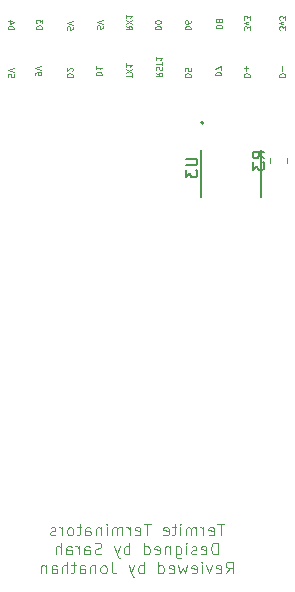
<source format=gbr>
%TF.GenerationSoftware,KiCad,Pcbnew,8.0.6*%
%TF.CreationDate,2024-10-31T15:28:50+01:00*%
%TF.ProjectId,PCB_FINAL2.1,5043425f-4649-44e4-914c-322e312e6b69,rev?*%
%TF.SameCoordinates,Original*%
%TF.FileFunction,Legend,Bot*%
%TF.FilePolarity,Positive*%
%FSLAX46Y46*%
G04 Gerber Fmt 4.6, Leading zero omitted, Abs format (unit mm)*
G04 Created by KiCad (PCBNEW 8.0.6) date 2024-10-31 15:28:50*
%MOMM*%
%LPD*%
G01*
G04 APERTURE LIST*
%ADD10C,0.100000*%
%ADD11C,0.150000*%
%ADD12C,0.120000*%
%ADD13C,0.127000*%
%ADD14C,0.200000*%
G04 APERTURE END LIST*
D10*
X77104890Y-84500955D02*
X77104890Y-84739050D01*
X77104890Y-84739050D02*
X76866795Y-84762859D01*
X76866795Y-84762859D02*
X76890604Y-84739050D01*
X76890604Y-84739050D02*
X76914414Y-84691431D01*
X76914414Y-84691431D02*
X76914414Y-84572383D01*
X76914414Y-84572383D02*
X76890604Y-84524764D01*
X76890604Y-84524764D02*
X76866795Y-84500955D01*
X76866795Y-84500955D02*
X76819176Y-84477145D01*
X76819176Y-84477145D02*
X76700128Y-84477145D01*
X76700128Y-84477145D02*
X76652509Y-84500955D01*
X76652509Y-84500955D02*
X76628700Y-84524764D01*
X76628700Y-84524764D02*
X76604890Y-84572383D01*
X76604890Y-84572383D02*
X76604890Y-84691431D01*
X76604890Y-84691431D02*
X76628700Y-84739050D01*
X76628700Y-84739050D02*
X76652509Y-84762859D01*
X77104890Y-84334288D02*
X76604890Y-84167622D01*
X76604890Y-84167622D02*
X77104890Y-84000955D01*
X76530979Y-88680970D02*
X77030979Y-88680970D01*
X77030979Y-88680970D02*
X77030979Y-88561922D01*
X77030979Y-88561922D02*
X77007169Y-88490494D01*
X77007169Y-88490494D02*
X76959550Y-88442875D01*
X76959550Y-88442875D02*
X76911931Y-88419065D01*
X76911931Y-88419065D02*
X76816693Y-88395256D01*
X76816693Y-88395256D02*
X76745265Y-88395256D01*
X76745265Y-88395256D02*
X76650027Y-88419065D01*
X76650027Y-88419065D02*
X76602408Y-88442875D01*
X76602408Y-88442875D02*
X76554789Y-88490494D01*
X76554789Y-88490494D02*
X76530979Y-88561922D01*
X76530979Y-88561922D02*
X76530979Y-88680970D01*
X76530979Y-87919065D02*
X76530979Y-88204779D01*
X76530979Y-88061922D02*
X77030979Y-88061922D01*
X77030979Y-88061922D02*
X76959550Y-88109541D01*
X76959550Y-88109541D02*
X76911931Y-88157160D01*
X76911931Y-88157160D02*
X76888122Y-88204779D01*
X79566389Y-88886591D02*
X79566389Y-88600877D01*
X79066389Y-88743734D02*
X79566389Y-88743734D01*
X79566389Y-88481830D02*
X79066389Y-88148497D01*
X79566389Y-88148497D02*
X79066389Y-88481830D01*
X79066389Y-87696116D02*
X79066389Y-87981830D01*
X79066389Y-87838973D02*
X79566389Y-87838973D01*
X79566389Y-87838973D02*
X79494960Y-87886592D01*
X79494960Y-87886592D02*
X79447341Y-87934211D01*
X79447341Y-87934211D02*
X79423532Y-87981830D01*
X69066389Y-84815163D02*
X69566389Y-84815163D01*
X69566389Y-84815163D02*
X69566389Y-84696115D01*
X69566389Y-84696115D02*
X69542579Y-84624687D01*
X69542579Y-84624687D02*
X69494960Y-84577068D01*
X69494960Y-84577068D02*
X69447341Y-84553258D01*
X69447341Y-84553258D02*
X69352103Y-84529449D01*
X69352103Y-84529449D02*
X69280675Y-84529449D01*
X69280675Y-84529449D02*
X69185437Y-84553258D01*
X69185437Y-84553258D02*
X69137818Y-84577068D01*
X69137818Y-84577068D02*
X69090199Y-84624687D01*
X69090199Y-84624687D02*
X69066389Y-84696115D01*
X69066389Y-84696115D02*
X69066389Y-84815163D01*
X69399722Y-84100877D02*
X69066389Y-84100877D01*
X69590199Y-84219925D02*
X69233056Y-84338972D01*
X69233056Y-84338972D02*
X69233056Y-84029449D01*
X79066389Y-84529449D02*
X79304484Y-84696115D01*
X79066389Y-84815163D02*
X79566389Y-84815163D01*
X79566389Y-84815163D02*
X79566389Y-84624687D01*
X79566389Y-84624687D02*
X79542579Y-84577068D01*
X79542579Y-84577068D02*
X79518770Y-84553258D01*
X79518770Y-84553258D02*
X79471151Y-84529449D01*
X79471151Y-84529449D02*
X79399722Y-84529449D01*
X79399722Y-84529449D02*
X79352103Y-84553258D01*
X79352103Y-84553258D02*
X79328294Y-84577068D01*
X79328294Y-84577068D02*
X79304484Y-84624687D01*
X79304484Y-84624687D02*
X79304484Y-84815163D01*
X79566389Y-84362782D02*
X79066389Y-84029449D01*
X79566389Y-84029449D02*
X79066389Y-84362782D01*
X79066389Y-83577068D02*
X79066389Y-83862782D01*
X79066389Y-83719925D02*
X79566389Y-83719925D01*
X79566389Y-83719925D02*
X79494960Y-83767544D01*
X79494960Y-83767544D02*
X79447341Y-83815163D01*
X79447341Y-83815163D02*
X79423532Y-83862782D01*
X92566389Y-84862782D02*
X92566389Y-84553258D01*
X92566389Y-84553258D02*
X92375913Y-84719925D01*
X92375913Y-84719925D02*
X92375913Y-84648496D01*
X92375913Y-84648496D02*
X92352103Y-84600877D01*
X92352103Y-84600877D02*
X92328294Y-84577068D01*
X92328294Y-84577068D02*
X92280675Y-84553258D01*
X92280675Y-84553258D02*
X92161627Y-84553258D01*
X92161627Y-84553258D02*
X92114008Y-84577068D01*
X92114008Y-84577068D02*
X92090199Y-84600877D01*
X92090199Y-84600877D02*
X92066389Y-84648496D01*
X92066389Y-84648496D02*
X92066389Y-84791353D01*
X92066389Y-84791353D02*
X92090199Y-84838972D01*
X92090199Y-84838972D02*
X92114008Y-84862782D01*
X92399722Y-84386592D02*
X92066389Y-84267544D01*
X92066389Y-84267544D02*
X92399722Y-84148497D01*
X92566389Y-84005640D02*
X92566389Y-83696116D01*
X92566389Y-83696116D02*
X92375913Y-83862783D01*
X92375913Y-83862783D02*
X92375913Y-83791354D01*
X92375913Y-83791354D02*
X92352103Y-83743735D01*
X92352103Y-83743735D02*
X92328294Y-83719926D01*
X92328294Y-83719926D02*
X92280675Y-83696116D01*
X92280675Y-83696116D02*
X92161627Y-83696116D01*
X92161627Y-83696116D02*
X92114008Y-83719926D01*
X92114008Y-83719926D02*
X92090199Y-83743735D01*
X92090199Y-83743735D02*
X92066389Y-83791354D01*
X92066389Y-83791354D02*
X92066389Y-83934211D01*
X92066389Y-83934211D02*
X92090199Y-83981830D01*
X92090199Y-83981830D02*
X92114008Y-84005640D01*
X71480393Y-84763687D02*
X71980393Y-84763687D01*
X71980393Y-84763687D02*
X71980393Y-84644639D01*
X71980393Y-84644639D02*
X71956583Y-84573211D01*
X71956583Y-84573211D02*
X71908964Y-84525592D01*
X71908964Y-84525592D02*
X71861345Y-84501782D01*
X71861345Y-84501782D02*
X71766107Y-84477973D01*
X71766107Y-84477973D02*
X71694679Y-84477973D01*
X71694679Y-84477973D02*
X71599441Y-84501782D01*
X71599441Y-84501782D02*
X71551822Y-84525592D01*
X71551822Y-84525592D02*
X71504203Y-84573211D01*
X71504203Y-84573211D02*
X71480393Y-84644639D01*
X71480393Y-84644639D02*
X71480393Y-84763687D01*
X71980393Y-84311306D02*
X71980393Y-84001782D01*
X71980393Y-84001782D02*
X71789917Y-84168449D01*
X71789917Y-84168449D02*
X71789917Y-84097020D01*
X71789917Y-84097020D02*
X71766107Y-84049401D01*
X71766107Y-84049401D02*
X71742298Y-84025592D01*
X71742298Y-84025592D02*
X71694679Y-84001782D01*
X71694679Y-84001782D02*
X71575631Y-84001782D01*
X71575631Y-84001782D02*
X71528012Y-84025592D01*
X71528012Y-84025592D02*
X71504203Y-84049401D01*
X71504203Y-84049401D02*
X71480393Y-84097020D01*
X71480393Y-84097020D02*
X71480393Y-84239877D01*
X71480393Y-84239877D02*
X71504203Y-84287496D01*
X71504203Y-84287496D02*
X71528012Y-84311306D01*
X84066389Y-88815163D02*
X84566389Y-88815163D01*
X84566389Y-88815163D02*
X84566389Y-88696115D01*
X84566389Y-88696115D02*
X84542579Y-88624687D01*
X84542579Y-88624687D02*
X84494960Y-88577068D01*
X84494960Y-88577068D02*
X84447341Y-88553258D01*
X84447341Y-88553258D02*
X84352103Y-88529449D01*
X84352103Y-88529449D02*
X84280675Y-88529449D01*
X84280675Y-88529449D02*
X84185437Y-88553258D01*
X84185437Y-88553258D02*
X84137818Y-88577068D01*
X84137818Y-88577068D02*
X84090199Y-88624687D01*
X84090199Y-88624687D02*
X84066389Y-88696115D01*
X84066389Y-88696115D02*
X84066389Y-88815163D01*
X84566389Y-88077068D02*
X84566389Y-88315163D01*
X84566389Y-88315163D02*
X84328294Y-88338972D01*
X84328294Y-88338972D02*
X84352103Y-88315163D01*
X84352103Y-88315163D02*
X84375913Y-88267544D01*
X84375913Y-88267544D02*
X84375913Y-88148496D01*
X84375913Y-88148496D02*
X84352103Y-88100877D01*
X84352103Y-88100877D02*
X84328294Y-88077068D01*
X84328294Y-88077068D02*
X84280675Y-88053258D01*
X84280675Y-88053258D02*
X84161627Y-88053258D01*
X84161627Y-88053258D02*
X84114008Y-88077068D01*
X84114008Y-88077068D02*
X84090199Y-88100877D01*
X84090199Y-88100877D02*
X84066389Y-88148496D01*
X84066389Y-88148496D02*
X84066389Y-88267544D01*
X84066389Y-88267544D02*
X84090199Y-88315163D01*
X84090199Y-88315163D02*
X84114008Y-88338972D01*
X69566389Y-88577068D02*
X69566389Y-88815163D01*
X69566389Y-88815163D02*
X69328294Y-88838972D01*
X69328294Y-88838972D02*
X69352103Y-88815163D01*
X69352103Y-88815163D02*
X69375913Y-88767544D01*
X69375913Y-88767544D02*
X69375913Y-88648496D01*
X69375913Y-88648496D02*
X69352103Y-88600877D01*
X69352103Y-88600877D02*
X69328294Y-88577068D01*
X69328294Y-88577068D02*
X69280675Y-88553258D01*
X69280675Y-88553258D02*
X69161627Y-88553258D01*
X69161627Y-88553258D02*
X69114008Y-88577068D01*
X69114008Y-88577068D02*
X69090199Y-88600877D01*
X69090199Y-88600877D02*
X69066389Y-88648496D01*
X69066389Y-88648496D02*
X69066389Y-88767544D01*
X69066389Y-88767544D02*
X69090199Y-88815163D01*
X69090199Y-88815163D02*
X69114008Y-88838972D01*
X69566389Y-88410401D02*
X69066389Y-88243735D01*
X69066389Y-88243735D02*
X69566389Y-88077068D01*
X84066389Y-84815163D02*
X84566389Y-84815163D01*
X84566389Y-84815163D02*
X84566389Y-84696115D01*
X84566389Y-84696115D02*
X84542579Y-84624687D01*
X84542579Y-84624687D02*
X84494960Y-84577068D01*
X84494960Y-84577068D02*
X84447341Y-84553258D01*
X84447341Y-84553258D02*
X84352103Y-84529449D01*
X84352103Y-84529449D02*
X84280675Y-84529449D01*
X84280675Y-84529449D02*
X84185437Y-84553258D01*
X84185437Y-84553258D02*
X84137818Y-84577068D01*
X84137818Y-84577068D02*
X84090199Y-84624687D01*
X84090199Y-84624687D02*
X84066389Y-84696115D01*
X84066389Y-84696115D02*
X84066389Y-84815163D01*
X84566389Y-84100877D02*
X84566389Y-84196115D01*
X84566389Y-84196115D02*
X84542579Y-84243734D01*
X84542579Y-84243734D02*
X84518770Y-84267544D01*
X84518770Y-84267544D02*
X84447341Y-84315163D01*
X84447341Y-84315163D02*
X84352103Y-84338972D01*
X84352103Y-84338972D02*
X84161627Y-84338972D01*
X84161627Y-84338972D02*
X84114008Y-84315163D01*
X84114008Y-84315163D02*
X84090199Y-84291353D01*
X84090199Y-84291353D02*
X84066389Y-84243734D01*
X84066389Y-84243734D02*
X84066389Y-84148496D01*
X84066389Y-84148496D02*
X84090199Y-84100877D01*
X84090199Y-84100877D02*
X84114008Y-84077068D01*
X84114008Y-84077068D02*
X84161627Y-84053258D01*
X84161627Y-84053258D02*
X84280675Y-84053258D01*
X84280675Y-84053258D02*
X84328294Y-84077068D01*
X84328294Y-84077068D02*
X84352103Y-84100877D01*
X84352103Y-84100877D02*
X84375913Y-84148496D01*
X84375913Y-84148496D02*
X84375913Y-84243734D01*
X84375913Y-84243734D02*
X84352103Y-84291353D01*
X84352103Y-84291353D02*
X84328294Y-84315163D01*
X84328294Y-84315163D02*
X84280675Y-84338972D01*
X89566389Y-84862782D02*
X89566389Y-84553258D01*
X89566389Y-84553258D02*
X89375913Y-84719925D01*
X89375913Y-84719925D02*
X89375913Y-84648496D01*
X89375913Y-84648496D02*
X89352103Y-84600877D01*
X89352103Y-84600877D02*
X89328294Y-84577068D01*
X89328294Y-84577068D02*
X89280675Y-84553258D01*
X89280675Y-84553258D02*
X89161627Y-84553258D01*
X89161627Y-84553258D02*
X89114008Y-84577068D01*
X89114008Y-84577068D02*
X89090199Y-84600877D01*
X89090199Y-84600877D02*
X89066389Y-84648496D01*
X89066389Y-84648496D02*
X89066389Y-84791353D01*
X89066389Y-84791353D02*
X89090199Y-84838972D01*
X89090199Y-84838972D02*
X89114008Y-84862782D01*
X89399722Y-84386592D02*
X89066389Y-84267544D01*
X89066389Y-84267544D02*
X89399722Y-84148497D01*
X89566389Y-84005640D02*
X89566389Y-83696116D01*
X89566389Y-83696116D02*
X89375913Y-83862783D01*
X89375913Y-83862783D02*
X89375913Y-83791354D01*
X89375913Y-83791354D02*
X89352103Y-83743735D01*
X89352103Y-83743735D02*
X89328294Y-83719926D01*
X89328294Y-83719926D02*
X89280675Y-83696116D01*
X89280675Y-83696116D02*
X89161627Y-83696116D01*
X89161627Y-83696116D02*
X89114008Y-83719926D01*
X89114008Y-83719926D02*
X89090199Y-83743735D01*
X89090199Y-83743735D02*
X89066389Y-83791354D01*
X89066389Y-83791354D02*
X89066389Y-83934211D01*
X89066389Y-83934211D02*
X89090199Y-83981830D01*
X89090199Y-83981830D02*
X89114008Y-84005640D01*
X81556927Y-84812961D02*
X82056927Y-84812961D01*
X82056927Y-84812961D02*
X82056927Y-84693913D01*
X82056927Y-84693913D02*
X82033117Y-84622485D01*
X82033117Y-84622485D02*
X81985498Y-84574866D01*
X81985498Y-84574866D02*
X81937879Y-84551056D01*
X81937879Y-84551056D02*
X81842641Y-84527247D01*
X81842641Y-84527247D02*
X81771213Y-84527247D01*
X81771213Y-84527247D02*
X81675975Y-84551056D01*
X81675975Y-84551056D02*
X81628356Y-84574866D01*
X81628356Y-84574866D02*
X81580737Y-84622485D01*
X81580737Y-84622485D02*
X81556927Y-84693913D01*
X81556927Y-84693913D02*
X81556927Y-84812961D01*
X82056927Y-84217723D02*
X82056927Y-84170104D01*
X82056927Y-84170104D02*
X82033117Y-84122485D01*
X82033117Y-84122485D02*
X82009308Y-84098675D01*
X82009308Y-84098675D02*
X81961689Y-84074866D01*
X81961689Y-84074866D02*
X81866451Y-84051056D01*
X81866451Y-84051056D02*
X81747403Y-84051056D01*
X81747403Y-84051056D02*
X81652165Y-84074866D01*
X81652165Y-84074866D02*
X81604546Y-84098675D01*
X81604546Y-84098675D02*
X81580737Y-84122485D01*
X81580737Y-84122485D02*
X81556927Y-84170104D01*
X81556927Y-84170104D02*
X81556927Y-84217723D01*
X81556927Y-84217723D02*
X81580737Y-84265342D01*
X81580737Y-84265342D02*
X81604546Y-84289151D01*
X81604546Y-84289151D02*
X81652165Y-84312961D01*
X81652165Y-84312961D02*
X81747403Y-84336770D01*
X81747403Y-84336770D02*
X81866451Y-84336770D01*
X81866451Y-84336770D02*
X81961689Y-84312961D01*
X81961689Y-84312961D02*
X82009308Y-84289151D01*
X82009308Y-84289151D02*
X82033117Y-84265342D01*
X82033117Y-84265342D02*
X82056927Y-84217723D01*
X92066389Y-88815163D02*
X92566389Y-88815163D01*
X92566389Y-88815163D02*
X92566389Y-88696115D01*
X92566389Y-88696115D02*
X92542579Y-88624687D01*
X92542579Y-88624687D02*
X92494960Y-88577068D01*
X92494960Y-88577068D02*
X92447341Y-88553258D01*
X92447341Y-88553258D02*
X92352103Y-88529449D01*
X92352103Y-88529449D02*
X92280675Y-88529449D01*
X92280675Y-88529449D02*
X92185437Y-88553258D01*
X92185437Y-88553258D02*
X92137818Y-88577068D01*
X92137818Y-88577068D02*
X92090199Y-88624687D01*
X92090199Y-88624687D02*
X92066389Y-88696115D01*
X92066389Y-88696115D02*
X92066389Y-88815163D01*
X92256865Y-88315163D02*
X92256865Y-87934211D01*
X89066389Y-88815163D02*
X89566389Y-88815163D01*
X89566389Y-88815163D02*
X89566389Y-88696115D01*
X89566389Y-88696115D02*
X89542579Y-88624687D01*
X89542579Y-88624687D02*
X89494960Y-88577068D01*
X89494960Y-88577068D02*
X89447341Y-88553258D01*
X89447341Y-88553258D02*
X89352103Y-88529449D01*
X89352103Y-88529449D02*
X89280675Y-88529449D01*
X89280675Y-88529449D02*
X89185437Y-88553258D01*
X89185437Y-88553258D02*
X89137818Y-88577068D01*
X89137818Y-88577068D02*
X89090199Y-88624687D01*
X89090199Y-88624687D02*
X89066389Y-88696115D01*
X89066389Y-88696115D02*
X89066389Y-88815163D01*
X89256865Y-88315163D02*
X89256865Y-87934211D01*
X89066389Y-88124687D02*
X89447341Y-88124687D01*
X87404761Y-126652531D02*
X86833333Y-126652531D01*
X87119047Y-127652531D02*
X87119047Y-126652531D01*
X86119047Y-127604912D02*
X86214285Y-127652531D01*
X86214285Y-127652531D02*
X86404761Y-127652531D01*
X86404761Y-127652531D02*
X86499999Y-127604912D01*
X86499999Y-127604912D02*
X86547618Y-127509673D01*
X86547618Y-127509673D02*
X86547618Y-127128721D01*
X86547618Y-127128721D02*
X86499999Y-127033483D01*
X86499999Y-127033483D02*
X86404761Y-126985864D01*
X86404761Y-126985864D02*
X86214285Y-126985864D01*
X86214285Y-126985864D02*
X86119047Y-127033483D01*
X86119047Y-127033483D02*
X86071428Y-127128721D01*
X86071428Y-127128721D02*
X86071428Y-127223959D01*
X86071428Y-127223959D02*
X86547618Y-127319197D01*
X85642856Y-127652531D02*
X85642856Y-126985864D01*
X85642856Y-127176340D02*
X85595237Y-127081102D01*
X85595237Y-127081102D02*
X85547618Y-127033483D01*
X85547618Y-127033483D02*
X85452380Y-126985864D01*
X85452380Y-126985864D02*
X85357142Y-126985864D01*
X85023808Y-127652531D02*
X85023808Y-126985864D01*
X85023808Y-127081102D02*
X84976189Y-127033483D01*
X84976189Y-127033483D02*
X84880951Y-126985864D01*
X84880951Y-126985864D02*
X84738094Y-126985864D01*
X84738094Y-126985864D02*
X84642856Y-127033483D01*
X84642856Y-127033483D02*
X84595237Y-127128721D01*
X84595237Y-127128721D02*
X84595237Y-127652531D01*
X84595237Y-127128721D02*
X84547618Y-127033483D01*
X84547618Y-127033483D02*
X84452380Y-126985864D01*
X84452380Y-126985864D02*
X84309523Y-126985864D01*
X84309523Y-126985864D02*
X84214284Y-127033483D01*
X84214284Y-127033483D02*
X84166665Y-127128721D01*
X84166665Y-127128721D02*
X84166665Y-127652531D01*
X83690475Y-127652531D02*
X83690475Y-126985864D01*
X83690475Y-126652531D02*
X83738094Y-126700150D01*
X83738094Y-126700150D02*
X83690475Y-126747769D01*
X83690475Y-126747769D02*
X83642856Y-126700150D01*
X83642856Y-126700150D02*
X83690475Y-126652531D01*
X83690475Y-126652531D02*
X83690475Y-126747769D01*
X83357142Y-126985864D02*
X82976190Y-126985864D01*
X83214285Y-126652531D02*
X83214285Y-127509673D01*
X83214285Y-127509673D02*
X83166666Y-127604912D01*
X83166666Y-127604912D02*
X83071428Y-127652531D01*
X83071428Y-127652531D02*
X82976190Y-127652531D01*
X82261904Y-127604912D02*
X82357142Y-127652531D01*
X82357142Y-127652531D02*
X82547618Y-127652531D01*
X82547618Y-127652531D02*
X82642856Y-127604912D01*
X82642856Y-127604912D02*
X82690475Y-127509673D01*
X82690475Y-127509673D02*
X82690475Y-127128721D01*
X82690475Y-127128721D02*
X82642856Y-127033483D01*
X82642856Y-127033483D02*
X82547618Y-126985864D01*
X82547618Y-126985864D02*
X82357142Y-126985864D01*
X82357142Y-126985864D02*
X82261904Y-127033483D01*
X82261904Y-127033483D02*
X82214285Y-127128721D01*
X82214285Y-127128721D02*
X82214285Y-127223959D01*
X82214285Y-127223959D02*
X82690475Y-127319197D01*
X81166665Y-126652531D02*
X80595237Y-126652531D01*
X80880951Y-127652531D02*
X80880951Y-126652531D01*
X79880951Y-127604912D02*
X79976189Y-127652531D01*
X79976189Y-127652531D02*
X80166665Y-127652531D01*
X80166665Y-127652531D02*
X80261903Y-127604912D01*
X80261903Y-127604912D02*
X80309522Y-127509673D01*
X80309522Y-127509673D02*
X80309522Y-127128721D01*
X80309522Y-127128721D02*
X80261903Y-127033483D01*
X80261903Y-127033483D02*
X80166665Y-126985864D01*
X80166665Y-126985864D02*
X79976189Y-126985864D01*
X79976189Y-126985864D02*
X79880951Y-127033483D01*
X79880951Y-127033483D02*
X79833332Y-127128721D01*
X79833332Y-127128721D02*
X79833332Y-127223959D01*
X79833332Y-127223959D02*
X80309522Y-127319197D01*
X79404760Y-127652531D02*
X79404760Y-126985864D01*
X79404760Y-127176340D02*
X79357141Y-127081102D01*
X79357141Y-127081102D02*
X79309522Y-127033483D01*
X79309522Y-127033483D02*
X79214284Y-126985864D01*
X79214284Y-126985864D02*
X79119046Y-126985864D01*
X78785712Y-127652531D02*
X78785712Y-126985864D01*
X78785712Y-127081102D02*
X78738093Y-127033483D01*
X78738093Y-127033483D02*
X78642855Y-126985864D01*
X78642855Y-126985864D02*
X78499998Y-126985864D01*
X78499998Y-126985864D02*
X78404760Y-127033483D01*
X78404760Y-127033483D02*
X78357141Y-127128721D01*
X78357141Y-127128721D02*
X78357141Y-127652531D01*
X78357141Y-127128721D02*
X78309522Y-127033483D01*
X78309522Y-127033483D02*
X78214284Y-126985864D01*
X78214284Y-126985864D02*
X78071427Y-126985864D01*
X78071427Y-126985864D02*
X77976188Y-127033483D01*
X77976188Y-127033483D02*
X77928569Y-127128721D01*
X77928569Y-127128721D02*
X77928569Y-127652531D01*
X77452379Y-127652531D02*
X77452379Y-126985864D01*
X77452379Y-126652531D02*
X77499998Y-126700150D01*
X77499998Y-126700150D02*
X77452379Y-126747769D01*
X77452379Y-126747769D02*
X77404760Y-126700150D01*
X77404760Y-126700150D02*
X77452379Y-126652531D01*
X77452379Y-126652531D02*
X77452379Y-126747769D01*
X76976189Y-126985864D02*
X76976189Y-127652531D01*
X76976189Y-127081102D02*
X76928570Y-127033483D01*
X76928570Y-127033483D02*
X76833332Y-126985864D01*
X76833332Y-126985864D02*
X76690475Y-126985864D01*
X76690475Y-126985864D02*
X76595237Y-127033483D01*
X76595237Y-127033483D02*
X76547618Y-127128721D01*
X76547618Y-127128721D02*
X76547618Y-127652531D01*
X75642856Y-127652531D02*
X75642856Y-127128721D01*
X75642856Y-127128721D02*
X75690475Y-127033483D01*
X75690475Y-127033483D02*
X75785713Y-126985864D01*
X75785713Y-126985864D02*
X75976189Y-126985864D01*
X75976189Y-126985864D02*
X76071427Y-127033483D01*
X75642856Y-127604912D02*
X75738094Y-127652531D01*
X75738094Y-127652531D02*
X75976189Y-127652531D01*
X75976189Y-127652531D02*
X76071427Y-127604912D01*
X76071427Y-127604912D02*
X76119046Y-127509673D01*
X76119046Y-127509673D02*
X76119046Y-127414435D01*
X76119046Y-127414435D02*
X76071427Y-127319197D01*
X76071427Y-127319197D02*
X75976189Y-127271578D01*
X75976189Y-127271578D02*
X75738094Y-127271578D01*
X75738094Y-127271578D02*
X75642856Y-127223959D01*
X75309522Y-126985864D02*
X74928570Y-126985864D01*
X75166665Y-126652531D02*
X75166665Y-127509673D01*
X75166665Y-127509673D02*
X75119046Y-127604912D01*
X75119046Y-127604912D02*
X75023808Y-127652531D01*
X75023808Y-127652531D02*
X74928570Y-127652531D01*
X74452379Y-127652531D02*
X74547617Y-127604912D01*
X74547617Y-127604912D02*
X74595236Y-127557292D01*
X74595236Y-127557292D02*
X74642855Y-127462054D01*
X74642855Y-127462054D02*
X74642855Y-127176340D01*
X74642855Y-127176340D02*
X74595236Y-127081102D01*
X74595236Y-127081102D02*
X74547617Y-127033483D01*
X74547617Y-127033483D02*
X74452379Y-126985864D01*
X74452379Y-126985864D02*
X74309522Y-126985864D01*
X74309522Y-126985864D02*
X74214284Y-127033483D01*
X74214284Y-127033483D02*
X74166665Y-127081102D01*
X74166665Y-127081102D02*
X74119046Y-127176340D01*
X74119046Y-127176340D02*
X74119046Y-127462054D01*
X74119046Y-127462054D02*
X74166665Y-127557292D01*
X74166665Y-127557292D02*
X74214284Y-127604912D01*
X74214284Y-127604912D02*
X74309522Y-127652531D01*
X74309522Y-127652531D02*
X74452379Y-127652531D01*
X73690474Y-127652531D02*
X73690474Y-126985864D01*
X73690474Y-127176340D02*
X73642855Y-127081102D01*
X73642855Y-127081102D02*
X73595236Y-127033483D01*
X73595236Y-127033483D02*
X73499998Y-126985864D01*
X73499998Y-126985864D02*
X73404760Y-126985864D01*
X73119045Y-127604912D02*
X73023807Y-127652531D01*
X73023807Y-127652531D02*
X72833331Y-127652531D01*
X72833331Y-127652531D02*
X72738093Y-127604912D01*
X72738093Y-127604912D02*
X72690474Y-127509673D01*
X72690474Y-127509673D02*
X72690474Y-127462054D01*
X72690474Y-127462054D02*
X72738093Y-127366816D01*
X72738093Y-127366816D02*
X72833331Y-127319197D01*
X72833331Y-127319197D02*
X72976188Y-127319197D01*
X72976188Y-127319197D02*
X73071426Y-127271578D01*
X73071426Y-127271578D02*
X73119045Y-127176340D01*
X73119045Y-127176340D02*
X73119045Y-127128721D01*
X73119045Y-127128721D02*
X73071426Y-127033483D01*
X73071426Y-127033483D02*
X72976188Y-126985864D01*
X72976188Y-126985864D02*
X72833331Y-126985864D01*
X72833331Y-126985864D02*
X72738093Y-127033483D01*
X86857142Y-129262475D02*
X86857142Y-128262475D01*
X86857142Y-128262475D02*
X86619047Y-128262475D01*
X86619047Y-128262475D02*
X86476190Y-128310094D01*
X86476190Y-128310094D02*
X86380952Y-128405332D01*
X86380952Y-128405332D02*
X86333333Y-128500570D01*
X86333333Y-128500570D02*
X86285714Y-128691046D01*
X86285714Y-128691046D02*
X86285714Y-128833903D01*
X86285714Y-128833903D02*
X86333333Y-129024379D01*
X86333333Y-129024379D02*
X86380952Y-129119617D01*
X86380952Y-129119617D02*
X86476190Y-129214856D01*
X86476190Y-129214856D02*
X86619047Y-129262475D01*
X86619047Y-129262475D02*
X86857142Y-129262475D01*
X85476190Y-129214856D02*
X85571428Y-129262475D01*
X85571428Y-129262475D02*
X85761904Y-129262475D01*
X85761904Y-129262475D02*
X85857142Y-129214856D01*
X85857142Y-129214856D02*
X85904761Y-129119617D01*
X85904761Y-129119617D02*
X85904761Y-128738665D01*
X85904761Y-128738665D02*
X85857142Y-128643427D01*
X85857142Y-128643427D02*
X85761904Y-128595808D01*
X85761904Y-128595808D02*
X85571428Y-128595808D01*
X85571428Y-128595808D02*
X85476190Y-128643427D01*
X85476190Y-128643427D02*
X85428571Y-128738665D01*
X85428571Y-128738665D02*
X85428571Y-128833903D01*
X85428571Y-128833903D02*
X85904761Y-128929141D01*
X85047618Y-129214856D02*
X84952380Y-129262475D01*
X84952380Y-129262475D02*
X84761904Y-129262475D01*
X84761904Y-129262475D02*
X84666666Y-129214856D01*
X84666666Y-129214856D02*
X84619047Y-129119617D01*
X84619047Y-129119617D02*
X84619047Y-129071998D01*
X84619047Y-129071998D02*
X84666666Y-128976760D01*
X84666666Y-128976760D02*
X84761904Y-128929141D01*
X84761904Y-128929141D02*
X84904761Y-128929141D01*
X84904761Y-128929141D02*
X84999999Y-128881522D01*
X84999999Y-128881522D02*
X85047618Y-128786284D01*
X85047618Y-128786284D02*
X85047618Y-128738665D01*
X85047618Y-128738665D02*
X84999999Y-128643427D01*
X84999999Y-128643427D02*
X84904761Y-128595808D01*
X84904761Y-128595808D02*
X84761904Y-128595808D01*
X84761904Y-128595808D02*
X84666666Y-128643427D01*
X84190475Y-129262475D02*
X84190475Y-128595808D01*
X84190475Y-128262475D02*
X84238094Y-128310094D01*
X84238094Y-128310094D02*
X84190475Y-128357713D01*
X84190475Y-128357713D02*
X84142856Y-128310094D01*
X84142856Y-128310094D02*
X84190475Y-128262475D01*
X84190475Y-128262475D02*
X84190475Y-128357713D01*
X83285714Y-128595808D02*
X83285714Y-129405332D01*
X83285714Y-129405332D02*
X83333333Y-129500570D01*
X83333333Y-129500570D02*
X83380952Y-129548189D01*
X83380952Y-129548189D02*
X83476190Y-129595808D01*
X83476190Y-129595808D02*
X83619047Y-129595808D01*
X83619047Y-129595808D02*
X83714285Y-129548189D01*
X83285714Y-129214856D02*
X83380952Y-129262475D01*
X83380952Y-129262475D02*
X83571428Y-129262475D01*
X83571428Y-129262475D02*
X83666666Y-129214856D01*
X83666666Y-129214856D02*
X83714285Y-129167236D01*
X83714285Y-129167236D02*
X83761904Y-129071998D01*
X83761904Y-129071998D02*
X83761904Y-128786284D01*
X83761904Y-128786284D02*
X83714285Y-128691046D01*
X83714285Y-128691046D02*
X83666666Y-128643427D01*
X83666666Y-128643427D02*
X83571428Y-128595808D01*
X83571428Y-128595808D02*
X83380952Y-128595808D01*
X83380952Y-128595808D02*
X83285714Y-128643427D01*
X82809523Y-128595808D02*
X82809523Y-129262475D01*
X82809523Y-128691046D02*
X82761904Y-128643427D01*
X82761904Y-128643427D02*
X82666666Y-128595808D01*
X82666666Y-128595808D02*
X82523809Y-128595808D01*
X82523809Y-128595808D02*
X82428571Y-128643427D01*
X82428571Y-128643427D02*
X82380952Y-128738665D01*
X82380952Y-128738665D02*
X82380952Y-129262475D01*
X81523809Y-129214856D02*
X81619047Y-129262475D01*
X81619047Y-129262475D02*
X81809523Y-129262475D01*
X81809523Y-129262475D02*
X81904761Y-129214856D01*
X81904761Y-129214856D02*
X81952380Y-129119617D01*
X81952380Y-129119617D02*
X81952380Y-128738665D01*
X81952380Y-128738665D02*
X81904761Y-128643427D01*
X81904761Y-128643427D02*
X81809523Y-128595808D01*
X81809523Y-128595808D02*
X81619047Y-128595808D01*
X81619047Y-128595808D02*
X81523809Y-128643427D01*
X81523809Y-128643427D02*
X81476190Y-128738665D01*
X81476190Y-128738665D02*
X81476190Y-128833903D01*
X81476190Y-128833903D02*
X81952380Y-128929141D01*
X80619047Y-129262475D02*
X80619047Y-128262475D01*
X80619047Y-129214856D02*
X80714285Y-129262475D01*
X80714285Y-129262475D02*
X80904761Y-129262475D01*
X80904761Y-129262475D02*
X80999999Y-129214856D01*
X80999999Y-129214856D02*
X81047618Y-129167236D01*
X81047618Y-129167236D02*
X81095237Y-129071998D01*
X81095237Y-129071998D02*
X81095237Y-128786284D01*
X81095237Y-128786284D02*
X81047618Y-128691046D01*
X81047618Y-128691046D02*
X80999999Y-128643427D01*
X80999999Y-128643427D02*
X80904761Y-128595808D01*
X80904761Y-128595808D02*
X80714285Y-128595808D01*
X80714285Y-128595808D02*
X80619047Y-128643427D01*
X79380951Y-129262475D02*
X79380951Y-128262475D01*
X79380951Y-128643427D02*
X79285713Y-128595808D01*
X79285713Y-128595808D02*
X79095237Y-128595808D01*
X79095237Y-128595808D02*
X78999999Y-128643427D01*
X78999999Y-128643427D02*
X78952380Y-128691046D01*
X78952380Y-128691046D02*
X78904761Y-128786284D01*
X78904761Y-128786284D02*
X78904761Y-129071998D01*
X78904761Y-129071998D02*
X78952380Y-129167236D01*
X78952380Y-129167236D02*
X78999999Y-129214856D01*
X78999999Y-129214856D02*
X79095237Y-129262475D01*
X79095237Y-129262475D02*
X79285713Y-129262475D01*
X79285713Y-129262475D02*
X79380951Y-129214856D01*
X78571427Y-128595808D02*
X78333332Y-129262475D01*
X78095237Y-128595808D02*
X78333332Y-129262475D01*
X78333332Y-129262475D02*
X78428570Y-129500570D01*
X78428570Y-129500570D02*
X78476189Y-129548189D01*
X78476189Y-129548189D02*
X78571427Y-129595808D01*
X76999998Y-129214856D02*
X76857141Y-129262475D01*
X76857141Y-129262475D02*
X76619046Y-129262475D01*
X76619046Y-129262475D02*
X76523808Y-129214856D01*
X76523808Y-129214856D02*
X76476189Y-129167236D01*
X76476189Y-129167236D02*
X76428570Y-129071998D01*
X76428570Y-129071998D02*
X76428570Y-128976760D01*
X76428570Y-128976760D02*
X76476189Y-128881522D01*
X76476189Y-128881522D02*
X76523808Y-128833903D01*
X76523808Y-128833903D02*
X76619046Y-128786284D01*
X76619046Y-128786284D02*
X76809522Y-128738665D01*
X76809522Y-128738665D02*
X76904760Y-128691046D01*
X76904760Y-128691046D02*
X76952379Y-128643427D01*
X76952379Y-128643427D02*
X76999998Y-128548189D01*
X76999998Y-128548189D02*
X76999998Y-128452951D01*
X76999998Y-128452951D02*
X76952379Y-128357713D01*
X76952379Y-128357713D02*
X76904760Y-128310094D01*
X76904760Y-128310094D02*
X76809522Y-128262475D01*
X76809522Y-128262475D02*
X76571427Y-128262475D01*
X76571427Y-128262475D02*
X76428570Y-128310094D01*
X75571427Y-129262475D02*
X75571427Y-128738665D01*
X75571427Y-128738665D02*
X75619046Y-128643427D01*
X75619046Y-128643427D02*
X75714284Y-128595808D01*
X75714284Y-128595808D02*
X75904760Y-128595808D01*
X75904760Y-128595808D02*
X75999998Y-128643427D01*
X75571427Y-129214856D02*
X75666665Y-129262475D01*
X75666665Y-129262475D02*
X75904760Y-129262475D01*
X75904760Y-129262475D02*
X75999998Y-129214856D01*
X75999998Y-129214856D02*
X76047617Y-129119617D01*
X76047617Y-129119617D02*
X76047617Y-129024379D01*
X76047617Y-129024379D02*
X75999998Y-128929141D01*
X75999998Y-128929141D02*
X75904760Y-128881522D01*
X75904760Y-128881522D02*
X75666665Y-128881522D01*
X75666665Y-128881522D02*
X75571427Y-128833903D01*
X75095236Y-129262475D02*
X75095236Y-128595808D01*
X75095236Y-128786284D02*
X75047617Y-128691046D01*
X75047617Y-128691046D02*
X74999998Y-128643427D01*
X74999998Y-128643427D02*
X74904760Y-128595808D01*
X74904760Y-128595808D02*
X74809522Y-128595808D01*
X74047617Y-129262475D02*
X74047617Y-128738665D01*
X74047617Y-128738665D02*
X74095236Y-128643427D01*
X74095236Y-128643427D02*
X74190474Y-128595808D01*
X74190474Y-128595808D02*
X74380950Y-128595808D01*
X74380950Y-128595808D02*
X74476188Y-128643427D01*
X74047617Y-129214856D02*
X74142855Y-129262475D01*
X74142855Y-129262475D02*
X74380950Y-129262475D01*
X74380950Y-129262475D02*
X74476188Y-129214856D01*
X74476188Y-129214856D02*
X74523807Y-129119617D01*
X74523807Y-129119617D02*
X74523807Y-129024379D01*
X74523807Y-129024379D02*
X74476188Y-128929141D01*
X74476188Y-128929141D02*
X74380950Y-128881522D01*
X74380950Y-128881522D02*
X74142855Y-128881522D01*
X74142855Y-128881522D02*
X74047617Y-128833903D01*
X73571426Y-129262475D02*
X73571426Y-128262475D01*
X73142855Y-129262475D02*
X73142855Y-128738665D01*
X73142855Y-128738665D02*
X73190474Y-128643427D01*
X73190474Y-128643427D02*
X73285712Y-128595808D01*
X73285712Y-128595808D02*
X73428569Y-128595808D01*
X73428569Y-128595808D02*
X73523807Y-128643427D01*
X73523807Y-128643427D02*
X73571426Y-128691046D01*
X87547619Y-130872419D02*
X87880952Y-130396228D01*
X88119047Y-130872419D02*
X88119047Y-129872419D01*
X88119047Y-129872419D02*
X87738095Y-129872419D01*
X87738095Y-129872419D02*
X87642857Y-129920038D01*
X87642857Y-129920038D02*
X87595238Y-129967657D01*
X87595238Y-129967657D02*
X87547619Y-130062895D01*
X87547619Y-130062895D02*
X87547619Y-130205752D01*
X87547619Y-130205752D02*
X87595238Y-130300990D01*
X87595238Y-130300990D02*
X87642857Y-130348609D01*
X87642857Y-130348609D02*
X87738095Y-130396228D01*
X87738095Y-130396228D02*
X88119047Y-130396228D01*
X86738095Y-130824800D02*
X86833333Y-130872419D01*
X86833333Y-130872419D02*
X87023809Y-130872419D01*
X87023809Y-130872419D02*
X87119047Y-130824800D01*
X87119047Y-130824800D02*
X87166666Y-130729561D01*
X87166666Y-130729561D02*
X87166666Y-130348609D01*
X87166666Y-130348609D02*
X87119047Y-130253371D01*
X87119047Y-130253371D02*
X87023809Y-130205752D01*
X87023809Y-130205752D02*
X86833333Y-130205752D01*
X86833333Y-130205752D02*
X86738095Y-130253371D01*
X86738095Y-130253371D02*
X86690476Y-130348609D01*
X86690476Y-130348609D02*
X86690476Y-130443847D01*
X86690476Y-130443847D02*
X87166666Y-130539085D01*
X86357142Y-130205752D02*
X86119047Y-130872419D01*
X86119047Y-130872419D02*
X85880952Y-130205752D01*
X85499999Y-130872419D02*
X85499999Y-130205752D01*
X85499999Y-129872419D02*
X85547618Y-129920038D01*
X85547618Y-129920038D02*
X85499999Y-129967657D01*
X85499999Y-129967657D02*
X85452380Y-129920038D01*
X85452380Y-129920038D02*
X85499999Y-129872419D01*
X85499999Y-129872419D02*
X85499999Y-129967657D01*
X84642857Y-130824800D02*
X84738095Y-130872419D01*
X84738095Y-130872419D02*
X84928571Y-130872419D01*
X84928571Y-130872419D02*
X85023809Y-130824800D01*
X85023809Y-130824800D02*
X85071428Y-130729561D01*
X85071428Y-130729561D02*
X85071428Y-130348609D01*
X85071428Y-130348609D02*
X85023809Y-130253371D01*
X85023809Y-130253371D02*
X84928571Y-130205752D01*
X84928571Y-130205752D02*
X84738095Y-130205752D01*
X84738095Y-130205752D02*
X84642857Y-130253371D01*
X84642857Y-130253371D02*
X84595238Y-130348609D01*
X84595238Y-130348609D02*
X84595238Y-130443847D01*
X84595238Y-130443847D02*
X85071428Y-130539085D01*
X84261904Y-130205752D02*
X84071428Y-130872419D01*
X84071428Y-130872419D02*
X83880952Y-130396228D01*
X83880952Y-130396228D02*
X83690476Y-130872419D01*
X83690476Y-130872419D02*
X83500000Y-130205752D01*
X82738095Y-130824800D02*
X82833333Y-130872419D01*
X82833333Y-130872419D02*
X83023809Y-130872419D01*
X83023809Y-130872419D02*
X83119047Y-130824800D01*
X83119047Y-130824800D02*
X83166666Y-130729561D01*
X83166666Y-130729561D02*
X83166666Y-130348609D01*
X83166666Y-130348609D02*
X83119047Y-130253371D01*
X83119047Y-130253371D02*
X83023809Y-130205752D01*
X83023809Y-130205752D02*
X82833333Y-130205752D01*
X82833333Y-130205752D02*
X82738095Y-130253371D01*
X82738095Y-130253371D02*
X82690476Y-130348609D01*
X82690476Y-130348609D02*
X82690476Y-130443847D01*
X82690476Y-130443847D02*
X83166666Y-130539085D01*
X81833333Y-130872419D02*
X81833333Y-129872419D01*
X81833333Y-130824800D02*
X81928571Y-130872419D01*
X81928571Y-130872419D02*
X82119047Y-130872419D01*
X82119047Y-130872419D02*
X82214285Y-130824800D01*
X82214285Y-130824800D02*
X82261904Y-130777180D01*
X82261904Y-130777180D02*
X82309523Y-130681942D01*
X82309523Y-130681942D02*
X82309523Y-130396228D01*
X82309523Y-130396228D02*
X82261904Y-130300990D01*
X82261904Y-130300990D02*
X82214285Y-130253371D01*
X82214285Y-130253371D02*
X82119047Y-130205752D01*
X82119047Y-130205752D02*
X81928571Y-130205752D01*
X81928571Y-130205752D02*
X81833333Y-130253371D01*
X80595237Y-130872419D02*
X80595237Y-129872419D01*
X80595237Y-130253371D02*
X80499999Y-130205752D01*
X80499999Y-130205752D02*
X80309523Y-130205752D01*
X80309523Y-130205752D02*
X80214285Y-130253371D01*
X80214285Y-130253371D02*
X80166666Y-130300990D01*
X80166666Y-130300990D02*
X80119047Y-130396228D01*
X80119047Y-130396228D02*
X80119047Y-130681942D01*
X80119047Y-130681942D02*
X80166666Y-130777180D01*
X80166666Y-130777180D02*
X80214285Y-130824800D01*
X80214285Y-130824800D02*
X80309523Y-130872419D01*
X80309523Y-130872419D02*
X80499999Y-130872419D01*
X80499999Y-130872419D02*
X80595237Y-130824800D01*
X79785713Y-130205752D02*
X79547618Y-130872419D01*
X79309523Y-130205752D02*
X79547618Y-130872419D01*
X79547618Y-130872419D02*
X79642856Y-131110514D01*
X79642856Y-131110514D02*
X79690475Y-131158133D01*
X79690475Y-131158133D02*
X79785713Y-131205752D01*
X77880951Y-129872419D02*
X77880951Y-130586704D01*
X77880951Y-130586704D02*
X77928570Y-130729561D01*
X77928570Y-130729561D02*
X78023808Y-130824800D01*
X78023808Y-130824800D02*
X78166665Y-130872419D01*
X78166665Y-130872419D02*
X78261903Y-130872419D01*
X77261903Y-130872419D02*
X77357141Y-130824800D01*
X77357141Y-130824800D02*
X77404760Y-130777180D01*
X77404760Y-130777180D02*
X77452379Y-130681942D01*
X77452379Y-130681942D02*
X77452379Y-130396228D01*
X77452379Y-130396228D02*
X77404760Y-130300990D01*
X77404760Y-130300990D02*
X77357141Y-130253371D01*
X77357141Y-130253371D02*
X77261903Y-130205752D01*
X77261903Y-130205752D02*
X77119046Y-130205752D01*
X77119046Y-130205752D02*
X77023808Y-130253371D01*
X77023808Y-130253371D02*
X76976189Y-130300990D01*
X76976189Y-130300990D02*
X76928570Y-130396228D01*
X76928570Y-130396228D02*
X76928570Y-130681942D01*
X76928570Y-130681942D02*
X76976189Y-130777180D01*
X76976189Y-130777180D02*
X77023808Y-130824800D01*
X77023808Y-130824800D02*
X77119046Y-130872419D01*
X77119046Y-130872419D02*
X77261903Y-130872419D01*
X76499998Y-130205752D02*
X76499998Y-130872419D01*
X76499998Y-130300990D02*
X76452379Y-130253371D01*
X76452379Y-130253371D02*
X76357141Y-130205752D01*
X76357141Y-130205752D02*
X76214284Y-130205752D01*
X76214284Y-130205752D02*
X76119046Y-130253371D01*
X76119046Y-130253371D02*
X76071427Y-130348609D01*
X76071427Y-130348609D02*
X76071427Y-130872419D01*
X75166665Y-130872419D02*
X75166665Y-130348609D01*
X75166665Y-130348609D02*
X75214284Y-130253371D01*
X75214284Y-130253371D02*
X75309522Y-130205752D01*
X75309522Y-130205752D02*
X75499998Y-130205752D01*
X75499998Y-130205752D02*
X75595236Y-130253371D01*
X75166665Y-130824800D02*
X75261903Y-130872419D01*
X75261903Y-130872419D02*
X75499998Y-130872419D01*
X75499998Y-130872419D02*
X75595236Y-130824800D01*
X75595236Y-130824800D02*
X75642855Y-130729561D01*
X75642855Y-130729561D02*
X75642855Y-130634323D01*
X75642855Y-130634323D02*
X75595236Y-130539085D01*
X75595236Y-130539085D02*
X75499998Y-130491466D01*
X75499998Y-130491466D02*
X75261903Y-130491466D01*
X75261903Y-130491466D02*
X75166665Y-130443847D01*
X74833331Y-130205752D02*
X74452379Y-130205752D01*
X74690474Y-129872419D02*
X74690474Y-130729561D01*
X74690474Y-130729561D02*
X74642855Y-130824800D01*
X74642855Y-130824800D02*
X74547617Y-130872419D01*
X74547617Y-130872419D02*
X74452379Y-130872419D01*
X74119045Y-130872419D02*
X74119045Y-129872419D01*
X73690474Y-130872419D02*
X73690474Y-130348609D01*
X73690474Y-130348609D02*
X73738093Y-130253371D01*
X73738093Y-130253371D02*
X73833331Y-130205752D01*
X73833331Y-130205752D02*
X73976188Y-130205752D01*
X73976188Y-130205752D02*
X74071426Y-130253371D01*
X74071426Y-130253371D02*
X74119045Y-130300990D01*
X72785712Y-130872419D02*
X72785712Y-130348609D01*
X72785712Y-130348609D02*
X72833331Y-130253371D01*
X72833331Y-130253371D02*
X72928569Y-130205752D01*
X72928569Y-130205752D02*
X73119045Y-130205752D01*
X73119045Y-130205752D02*
X73214283Y-130253371D01*
X72785712Y-130824800D02*
X72880950Y-130872419D01*
X72880950Y-130872419D02*
X73119045Y-130872419D01*
X73119045Y-130872419D02*
X73214283Y-130824800D01*
X73214283Y-130824800D02*
X73261902Y-130729561D01*
X73261902Y-130729561D02*
X73261902Y-130634323D01*
X73261902Y-130634323D02*
X73214283Y-130539085D01*
X73214283Y-130539085D02*
X73119045Y-130491466D01*
X73119045Y-130491466D02*
X72880950Y-130491466D01*
X72880950Y-130491466D02*
X72785712Y-130443847D01*
X72309521Y-130205752D02*
X72309521Y-130872419D01*
X72309521Y-130300990D02*
X72261902Y-130253371D01*
X72261902Y-130253371D02*
X72166664Y-130205752D01*
X72166664Y-130205752D02*
X72023807Y-130205752D01*
X72023807Y-130205752D02*
X71928569Y-130253371D01*
X71928569Y-130253371D02*
X71880950Y-130348609D01*
X71880950Y-130348609D02*
X71880950Y-130872419D01*
X86706060Y-84689776D02*
X87206060Y-84689776D01*
X87206060Y-84689776D02*
X87206060Y-84570728D01*
X87206060Y-84570728D02*
X87182250Y-84499300D01*
X87182250Y-84499300D02*
X87134631Y-84451681D01*
X87134631Y-84451681D02*
X87087012Y-84427871D01*
X87087012Y-84427871D02*
X86991774Y-84404062D01*
X86991774Y-84404062D02*
X86920346Y-84404062D01*
X86920346Y-84404062D02*
X86825108Y-84427871D01*
X86825108Y-84427871D02*
X86777489Y-84451681D01*
X86777489Y-84451681D02*
X86729870Y-84499300D01*
X86729870Y-84499300D02*
X86706060Y-84570728D01*
X86706060Y-84570728D02*
X86706060Y-84689776D01*
X86991774Y-84118347D02*
X87015584Y-84165966D01*
X87015584Y-84165966D02*
X87039393Y-84189776D01*
X87039393Y-84189776D02*
X87087012Y-84213585D01*
X87087012Y-84213585D02*
X87110822Y-84213585D01*
X87110822Y-84213585D02*
X87158441Y-84189776D01*
X87158441Y-84189776D02*
X87182250Y-84165966D01*
X87182250Y-84165966D02*
X87206060Y-84118347D01*
X87206060Y-84118347D02*
X87206060Y-84023109D01*
X87206060Y-84023109D02*
X87182250Y-83975490D01*
X87182250Y-83975490D02*
X87158441Y-83951681D01*
X87158441Y-83951681D02*
X87110822Y-83927871D01*
X87110822Y-83927871D02*
X87087012Y-83927871D01*
X87087012Y-83927871D02*
X87039393Y-83951681D01*
X87039393Y-83951681D02*
X87015584Y-83975490D01*
X87015584Y-83975490D02*
X86991774Y-84023109D01*
X86991774Y-84023109D02*
X86991774Y-84118347D01*
X86991774Y-84118347D02*
X86967965Y-84165966D01*
X86967965Y-84165966D02*
X86944155Y-84189776D01*
X86944155Y-84189776D02*
X86896536Y-84213585D01*
X86896536Y-84213585D02*
X86801298Y-84213585D01*
X86801298Y-84213585D02*
X86753679Y-84189776D01*
X86753679Y-84189776D02*
X86729870Y-84165966D01*
X86729870Y-84165966D02*
X86706060Y-84118347D01*
X86706060Y-84118347D02*
X86706060Y-84023109D01*
X86706060Y-84023109D02*
X86729870Y-83975490D01*
X86729870Y-83975490D02*
X86753679Y-83951681D01*
X86753679Y-83951681D02*
X86801298Y-83927871D01*
X86801298Y-83927871D02*
X86896536Y-83927871D01*
X86896536Y-83927871D02*
X86944155Y-83951681D01*
X86944155Y-83951681D02*
X86967965Y-83975490D01*
X86967965Y-83975490D02*
X86991774Y-84023109D01*
X74066389Y-88815163D02*
X74566389Y-88815163D01*
X74566389Y-88815163D02*
X74566389Y-88696115D01*
X74566389Y-88696115D02*
X74542579Y-88624687D01*
X74542579Y-88624687D02*
X74494960Y-88577068D01*
X74494960Y-88577068D02*
X74447341Y-88553258D01*
X74447341Y-88553258D02*
X74352103Y-88529449D01*
X74352103Y-88529449D02*
X74280675Y-88529449D01*
X74280675Y-88529449D02*
X74185437Y-88553258D01*
X74185437Y-88553258D02*
X74137818Y-88577068D01*
X74137818Y-88577068D02*
X74090199Y-88624687D01*
X74090199Y-88624687D02*
X74066389Y-88696115D01*
X74066389Y-88696115D02*
X74066389Y-88815163D01*
X74518770Y-88338972D02*
X74542579Y-88315163D01*
X74542579Y-88315163D02*
X74566389Y-88267544D01*
X74566389Y-88267544D02*
X74566389Y-88148496D01*
X74566389Y-88148496D02*
X74542579Y-88100877D01*
X74542579Y-88100877D02*
X74518770Y-88077068D01*
X74518770Y-88077068D02*
X74471151Y-88053258D01*
X74471151Y-88053258D02*
X74423532Y-88053258D01*
X74423532Y-88053258D02*
X74352103Y-88077068D01*
X74352103Y-88077068D02*
X74066389Y-88362782D01*
X74066389Y-88362782D02*
X74066389Y-88053258D01*
X74566389Y-84577068D02*
X74566389Y-84815163D01*
X74566389Y-84815163D02*
X74328294Y-84838972D01*
X74328294Y-84838972D02*
X74352103Y-84815163D01*
X74352103Y-84815163D02*
X74375913Y-84767544D01*
X74375913Y-84767544D02*
X74375913Y-84648496D01*
X74375913Y-84648496D02*
X74352103Y-84600877D01*
X74352103Y-84600877D02*
X74328294Y-84577068D01*
X74328294Y-84577068D02*
X74280675Y-84553258D01*
X74280675Y-84553258D02*
X74161627Y-84553258D01*
X74161627Y-84553258D02*
X74114008Y-84577068D01*
X74114008Y-84577068D02*
X74090199Y-84600877D01*
X74090199Y-84600877D02*
X74066389Y-84648496D01*
X74066389Y-84648496D02*
X74066389Y-84767544D01*
X74066389Y-84767544D02*
X74090199Y-84815163D01*
X74090199Y-84815163D02*
X74114008Y-84838972D01*
X74566389Y-84410401D02*
X74066389Y-84243735D01*
X74066389Y-84243735D02*
X74566389Y-84077068D01*
X81643157Y-88469167D02*
X81881252Y-88635833D01*
X81643157Y-88754881D02*
X82143157Y-88754881D01*
X82143157Y-88754881D02*
X82143157Y-88564405D01*
X82143157Y-88564405D02*
X82119347Y-88516786D01*
X82119347Y-88516786D02*
X82095538Y-88492976D01*
X82095538Y-88492976D02*
X82047919Y-88469167D01*
X82047919Y-88469167D02*
X81976490Y-88469167D01*
X81976490Y-88469167D02*
X81928871Y-88492976D01*
X81928871Y-88492976D02*
X81905062Y-88516786D01*
X81905062Y-88516786D02*
X81881252Y-88564405D01*
X81881252Y-88564405D02*
X81881252Y-88754881D01*
X81666967Y-88278690D02*
X81643157Y-88207262D01*
X81643157Y-88207262D02*
X81643157Y-88088214D01*
X81643157Y-88088214D02*
X81666967Y-88040595D01*
X81666967Y-88040595D02*
X81690776Y-88016786D01*
X81690776Y-88016786D02*
X81738395Y-87992976D01*
X81738395Y-87992976D02*
X81786014Y-87992976D01*
X81786014Y-87992976D02*
X81833633Y-88016786D01*
X81833633Y-88016786D02*
X81857443Y-88040595D01*
X81857443Y-88040595D02*
X81881252Y-88088214D01*
X81881252Y-88088214D02*
X81905062Y-88183452D01*
X81905062Y-88183452D02*
X81928871Y-88231071D01*
X81928871Y-88231071D02*
X81952681Y-88254881D01*
X81952681Y-88254881D02*
X82000300Y-88278690D01*
X82000300Y-88278690D02*
X82047919Y-88278690D01*
X82047919Y-88278690D02*
X82095538Y-88254881D01*
X82095538Y-88254881D02*
X82119347Y-88231071D01*
X82119347Y-88231071D02*
X82143157Y-88183452D01*
X82143157Y-88183452D02*
X82143157Y-88064405D01*
X82143157Y-88064405D02*
X82119347Y-87992976D01*
X82143157Y-87850119D02*
X82143157Y-87564405D01*
X81643157Y-87707262D02*
X82143157Y-87707262D01*
X81643157Y-87135834D02*
X81643157Y-87421548D01*
X81643157Y-87278691D02*
X82143157Y-87278691D01*
X82143157Y-87278691D02*
X82071728Y-87326310D01*
X82071728Y-87326310D02*
X82024109Y-87373929D01*
X82024109Y-87373929D02*
X82000300Y-87421548D01*
X86656786Y-88705607D02*
X87156786Y-88705607D01*
X87156786Y-88705607D02*
X87156786Y-88586559D01*
X87156786Y-88586559D02*
X87132976Y-88515131D01*
X87132976Y-88515131D02*
X87085357Y-88467512D01*
X87085357Y-88467512D02*
X87037738Y-88443702D01*
X87037738Y-88443702D02*
X86942500Y-88419893D01*
X86942500Y-88419893D02*
X86871072Y-88419893D01*
X86871072Y-88419893D02*
X86775834Y-88443702D01*
X86775834Y-88443702D02*
X86728215Y-88467512D01*
X86728215Y-88467512D02*
X86680596Y-88515131D01*
X86680596Y-88515131D02*
X86656786Y-88586559D01*
X86656786Y-88586559D02*
X86656786Y-88705607D01*
X87156786Y-88253226D02*
X87156786Y-87919893D01*
X87156786Y-87919893D02*
X86656786Y-88134178D01*
X71418801Y-88644842D02*
X71418801Y-88549604D01*
X71418801Y-88549604D02*
X71442611Y-88501985D01*
X71442611Y-88501985D02*
X71466420Y-88478176D01*
X71466420Y-88478176D02*
X71537849Y-88430557D01*
X71537849Y-88430557D02*
X71633087Y-88406747D01*
X71633087Y-88406747D02*
X71823563Y-88406747D01*
X71823563Y-88406747D02*
X71871182Y-88430557D01*
X71871182Y-88430557D02*
X71894991Y-88454366D01*
X71894991Y-88454366D02*
X71918801Y-88501985D01*
X71918801Y-88501985D02*
X71918801Y-88597223D01*
X71918801Y-88597223D02*
X71894991Y-88644842D01*
X71894991Y-88644842D02*
X71871182Y-88668652D01*
X71871182Y-88668652D02*
X71823563Y-88692461D01*
X71823563Y-88692461D02*
X71704515Y-88692461D01*
X71704515Y-88692461D02*
X71656896Y-88668652D01*
X71656896Y-88668652D02*
X71633087Y-88644842D01*
X71633087Y-88644842D02*
X71609277Y-88597223D01*
X71609277Y-88597223D02*
X71609277Y-88501985D01*
X71609277Y-88501985D02*
X71633087Y-88454366D01*
X71633087Y-88454366D02*
X71656896Y-88430557D01*
X71656896Y-88430557D02*
X71704515Y-88406747D01*
X71918801Y-88263890D02*
X71418801Y-88097224D01*
X71418801Y-88097224D02*
X71918801Y-87930557D01*
D11*
X90804818Y-95745833D02*
X90328627Y-95412500D01*
X90804818Y-95174405D02*
X89804818Y-95174405D01*
X89804818Y-95174405D02*
X89804818Y-95555357D01*
X89804818Y-95555357D02*
X89852437Y-95650595D01*
X89852437Y-95650595D02*
X89900056Y-95698214D01*
X89900056Y-95698214D02*
X89995294Y-95745833D01*
X89995294Y-95745833D02*
X90138151Y-95745833D01*
X90138151Y-95745833D02*
X90233389Y-95698214D01*
X90233389Y-95698214D02*
X90281008Y-95650595D01*
X90281008Y-95650595D02*
X90328627Y-95555357D01*
X90328627Y-95555357D02*
X90328627Y-95174405D01*
X89804818Y-96079167D02*
X89804818Y-96698214D01*
X89804818Y-96698214D02*
X90185770Y-96364881D01*
X90185770Y-96364881D02*
X90185770Y-96507738D01*
X90185770Y-96507738D02*
X90233389Y-96602976D01*
X90233389Y-96602976D02*
X90281008Y-96650595D01*
X90281008Y-96650595D02*
X90376246Y-96698214D01*
X90376246Y-96698214D02*
X90614341Y-96698214D01*
X90614341Y-96698214D02*
X90709579Y-96650595D01*
X90709579Y-96650595D02*
X90757199Y-96602976D01*
X90757199Y-96602976D02*
X90804818Y-96507738D01*
X90804818Y-96507738D02*
X90804818Y-96222024D01*
X90804818Y-96222024D02*
X90757199Y-96126786D01*
X90757199Y-96126786D02*
X90709579Y-96079167D01*
X84142818Y-95763095D02*
X84952341Y-95763095D01*
X84952341Y-95763095D02*
X85047579Y-95810714D01*
X85047579Y-95810714D02*
X85095199Y-95858333D01*
X85095199Y-95858333D02*
X85142818Y-95953571D01*
X85142818Y-95953571D02*
X85142818Y-96144047D01*
X85142818Y-96144047D02*
X85095199Y-96239285D01*
X85095199Y-96239285D02*
X85047579Y-96286904D01*
X85047579Y-96286904D02*
X84952341Y-96334523D01*
X84952341Y-96334523D02*
X84142818Y-96334523D01*
X84142818Y-96715476D02*
X84142818Y-97334523D01*
X84142818Y-97334523D02*
X84523770Y-97001190D01*
X84523770Y-97001190D02*
X84523770Y-97144047D01*
X84523770Y-97144047D02*
X84571389Y-97239285D01*
X84571389Y-97239285D02*
X84619008Y-97286904D01*
X84619008Y-97286904D02*
X84714246Y-97334523D01*
X84714246Y-97334523D02*
X84952341Y-97334523D01*
X84952341Y-97334523D02*
X85047579Y-97286904D01*
X85047579Y-97286904D02*
X85095199Y-97239285D01*
X85095199Y-97239285D02*
X85142818Y-97144047D01*
X85142818Y-97144047D02*
X85142818Y-96858333D01*
X85142818Y-96858333D02*
X85095199Y-96763095D01*
X85095199Y-96763095D02*
X85047579Y-96715476D01*
D12*
%TO.C,R3*%
X91264999Y-96139564D02*
X91264999Y-95685436D01*
X92734999Y-96139564D02*
X92734999Y-95685436D01*
D13*
%TO.C,U3*%
X85476499Y-99000000D02*
X85476499Y-95000000D01*
X90523499Y-99000000D02*
X90523499Y-95000000D01*
D14*
X85654999Y-92720000D02*
G75*
G02*
X85454999Y-92720000I-100000J0D01*
G01*
X85454999Y-92720000D02*
G75*
G02*
X85654999Y-92720000I100000J0D01*
G01*
%TD*%
M02*

</source>
